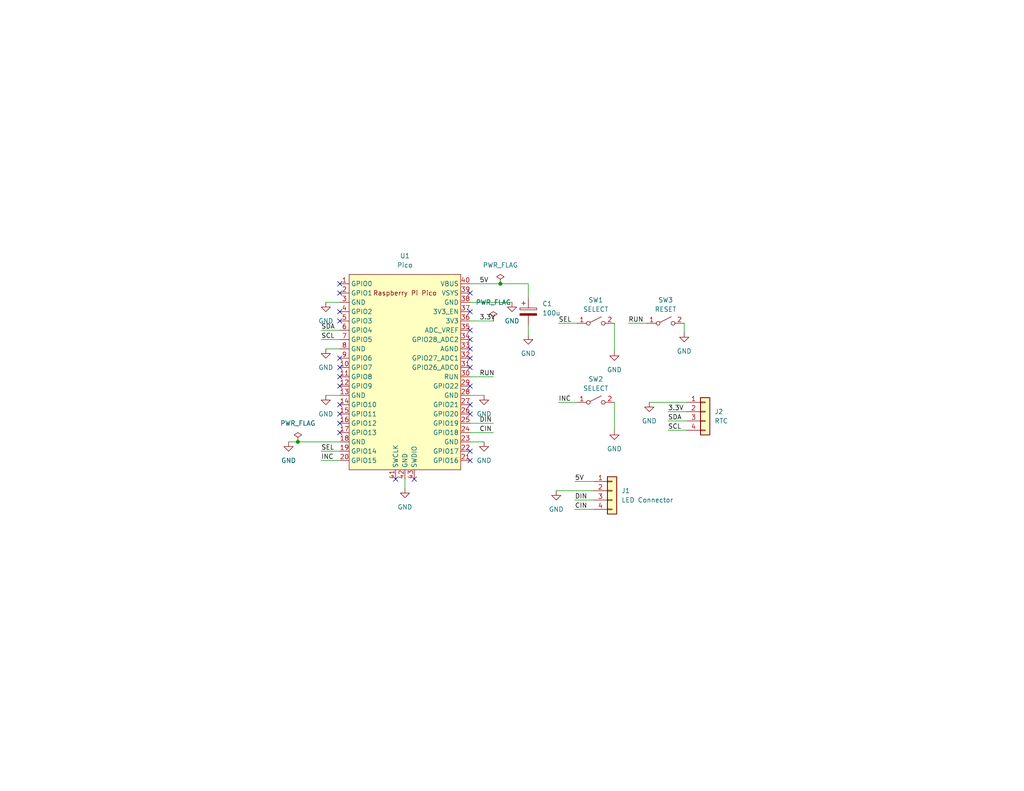
<source format=kicad_sch>
(kicad_sch (version 20211123) (generator eeschema)
  (paper "USLetter")
  (title_block (title "Matrix Clock") (date "2022-12-09") (rev "1") (company "Matt Wachowski"))
  (lib_symbols
    (symbol "Connector_Generic:Conn_01x04" (pin_names (offset 1.016) hide)
      (property "Reference" "J" (at 0 5.08 0))
      (property "Value" "Conn_01x04" (at 0 -7.62 0))
      (symbol "Conn_01x04_1_1"
        (rectangle (start -1.27 -4.953) (end 0 -5.207) (stroke (width 0.1524)))
        (rectangle (start -1.27 -2.413) (end 0 -2.667) (stroke (width 0.1524)))
        (rectangle (start -1.27 0.127) (end 0 -0.127) (stroke (width 0.1524)))
        (rectangle (start -1.27 2.667) (end 0 2.413) (stroke (width 0.1524)))
        (rectangle (start -1.27 3.81) (end 1.27 -6.35) (stroke (width 0.254)) (fill (type background)))
        (pin passive line (at -5.08 2.54 0) (length 3.81) (name "Pin_1") (number "1"))
        (pin passive line (at -5.08 0 0) (length 3.81) (name "Pin_2") (number "2"))
        (pin passive line (at -5.08 -2.54 0) (length 3.81) (name "Pin_3") (number "3"))
        (pin passive line (at -5.08 -5.08 0) (length 3.81) (name "Pin_4") (number "4"))
      )
    )
    (symbol "Device:C_Polarized" (pin_numbers hide) (pin_names (offset 0.254))
      (property "Reference" "C" (at 0.635 2.54 0))
      (property "Value" "C_Polarized" (at 0.635 -2.54 0))
      (symbol "C_Polarized_0_1"
        (rectangle (start -2.286 0.508) (end 2.286 1.016))
        (polyline (pts (xy -1.778 2.286) (xy -0.762 2.286)))
        (polyline (pts (xy -1.27 2.794) (xy -1.27 1.778)))
        (rectangle (start 2.286 -0.508) (end -2.286 -1.016) (fill (type outline)))
      )
      (symbol "C_Polarized_1_1"
        (pin passive line (at 0 3.81 270) (length 2.794) (name "~") (number "1"))
        (pin passive line (at 0 -3.81 90) (length 2.794) (name "~") (number "2"))
      )
    )
    (symbol "PI Pico:Pico"
      (property "Reference" "U" (at -13.97 27.94 0))
      (property "Value" "Pico" (at 0 19.05 0))
      (symbol "Pico_0_0"
        (text "Raspberry Pi Pico" (at 0 21.59 0) (effects (font (size 1.27 1.27))))
      )
      (symbol "Pico_0_1"
        (rectangle (start -15.24 26.67) (end 15.24 -26.67) (fill (type background)))
      )
      (symbol "Pico_1_1"
        (pin bidirectional line (at -17.78 24.13 0) (length 2.54) (name "GPIO0") (number "1"))
        (pin bidirectional line (at -17.78 1.27 0) (length 2.54) (name "GPIO7") (number "10"))
        (pin bidirectional line (at -17.78 -1.27 0) (length 2.54) (name "GPIO8") (number "11"))
        (pin bidirectional line (at -17.78 -3.81 0) (length 2.54) (name "GPIO9") (number "12"))
        (pin power_in line (at -17.78 -6.35 0) (length 2.54) (name "GND") (number "13"))
        (pin bidirectional line (at -17.78 -8.89 0) (length 2.54) (name "GPIO10") (number "14"))
        (pin bidirectional line (at -17.78 -11.43 0) (length 2.54) (name "GPIO11") (number "15"))
        (pin bidirectional line (at -17.78 -13.97 0) (length 2.54) (name "GPIO12") (number "16"))
        (pin bidirectional line (at -17.78 -16.51 0) (length 2.54) (name "GPIO13") (number "17"))
        (pin power_in line (at -17.78 -19.05 0) (length 2.54) (name "GND") (number "18"))
        (pin bidirectional line (at -17.78 -21.59 0) (length 2.54) (name "GPIO14") (number "19"))
        (pin bidirectional line (at -17.78 21.59 0) (length 2.54) (name "GPIO1") (number "2"))
        (pin bidirectional line (at -17.78 -24.13 0) (length 2.54) (name "GPIO15") (number "20"))
        (pin bidirectional line (at 17.78 -24.13 180) (length 2.54) (name "GPIO16") (number "21"))
        (pin bidirectional line (at 17.78 -21.59 180) (length 2.54) (name "GPIO17") (number "22"))
        (pin power_in line (at 17.78 -19.05 180) (length 2.54) (name "GND") (number "23"))
        (pin bidirectional line (at 17.78 -16.51 180) (length 2.54) (name "GPIO18") (number "24"))
        (pin bidirectional line (at 17.78 -13.97 180) (length 2.54) (name "GPIO19") (number "25"))
        (pin bidirectional line (at 17.78 -11.43 180) (length 2.54) (name "GPIO20") (number "26"))
        (pin bidirectional line (at 17.78 -8.89 180) (length 2.54) (name "GPIO21") (number "27"))
        (pin power_in line (at 17.78 -6.35 180) (length 2.54) (name "GND") (number "28"))
        (pin bidirectional line (at 17.78 -3.81 180) (length 2.54) (name "GPIO22") (number "29"))
        (pin power_in line (at -17.78 19.05 0) (length 2.54) (name "GND") (number "3"))
        (pin input line (at 17.78 -1.27 180) (length 2.54) (name "RUN") (number "30"))
        (pin bidirectional line (at 17.78 1.27 180) (length 2.54) (name "GPIO26_ADC0") (number "31"))
        (pin bidirectional line (at 17.78 3.81 180) (length 2.54) (name "GPIO27_ADC1") (number "32"))
        (pin power_in line (at 17.78 6.35 180) (length 2.54) (name "AGND") (number "33"))
        (pin bidirectional line (at 17.78 8.89 180) (length 2.54) (name "GPIO28_ADC2") (number "34"))
        (pin power_in line (at 17.78 11.43 180) (length 2.54) (name "ADC_VREF") (number "35"))
        (pin power_in line (at 17.78 13.97 180) (length 2.54) (name "3V3") (number "36"))
        (pin input line (at 17.78 16.51 180) (length 2.54) (name "3V3_EN") (number "37"))
        (pin bidirectional line (at 17.78 19.05 180) (length 2.54) (name "GND") (number "38"))
        (pin power_in line (at 17.78 21.59 180) (length 2.54) (name "VSYS") (number "39"))
        (pin bidirectional line (at -17.78 16.51 0) (length 2.54) (name "GPIO2") (number "4"))
        (pin power_in line (at 17.78 24.13 180) (length 2.54) (name "VBUS") (number "40"))
        (pin input line (at -2.54 -29.21 90) (length 2.54) (name "SWCLK") (number "41"))
        (pin power_in line (at 0 -29.21 90) (length 2.54) (name "GND") (number "42"))
        (pin bidirectional line (at 2.54 -29.21 90) (length 2.54) (name "SWDIO") (number "43"))
        (pin bidirectional line (at -17.78 13.97 0) (length 2.54) (name "GPIO3") (number "5"))
        (pin bidirectional line (at -17.78 11.43 0) (length 2.54) (name "GPIO4") (number "6"))
        (pin bidirectional line (at -17.78 8.89 0) (length 2.54) (name "GPIO5") (number "7"))
        (pin power_in line (at -17.78 6.35 0) (length 2.54) (name "GND") (number "8"))
        (pin bidirectional line (at -17.78 3.81 0) (length 2.54) (name "GPIO6") (number "9"))
      )
    )
    (symbol "Switch:SW_SPST" (pin_names (offset 0) hide)
      (property "Reference" "SW" (at 0 3.175 0))
      (property "Value" "SW_SPST" (at 0 -2.54 0))
      (symbol "SW_SPST_0_0"
        (circle (center -2.032 0) (radius 0.508))
        (polyline (pts (xy -1.524 0.254) (xy 1.524 1.778)))
        (circle (center 2.032 0) (radius 0.508))
      )
      (symbol "SW_SPST_1_1"
        (pin passive line (at -5.08 0 0) (length 2.54) (name "A") (number "1"))
        (pin passive line (at 5.08 0 180) (length 2.54) (name "B") (number "2"))
      )
    )
    (symbol "power:GND" (power) (pin_names (offset 0))
      (property "Value" "GND" (at 0 -3.81 0))
      (symbol "GND_0_1"
        (polyline (pts (xy 0 0) (xy 0 -1.27) (xy 1.27 -1.27) (xy 0 -2.54) (xy -1.27 -1.27) (xy 0 -1.27)))
      )
      (symbol "GND_1_1"
        (pin power_in line (at 0 0 270) (length 0) hide (name "GND") (number "1"))
      )
    )
    (symbol "power:PWR_FLAG" (power) (pin_numbers hide) (pin_names (offset 0) hide)
      (property "Value" "PWR_FLAG" (at 0 3.81 0))
      (symbol "PWR_FLAG_0_0"
        (pin power_out line (at 0 0 90) (length 0) (name "pwr") (number "1"))
      )
      (symbol "PWR_FLAG_0_1"
        (polyline (pts (xy 0 0) (xy 0 1.27) (xy -1.016 1.905) (xy 0 2.54) (xy 1.016 1.905) (xy 0 1.27)))
      )
    )
  )
  (junction (at 81.28 120.65))
  (junction (at 136.525 77.47))
  (no_connect (at 128.27 95.25))
  (no_connect (at 128.27 100.33))
  (no_connect (at 92.71 97.79))
  (no_connect (at 92.71 80.01))
  (no_connect (at 107.95 130.81))
  (no_connect (at 92.71 87.63))
  (no_connect (at 92.71 77.47))
  (no_connect (at 92.71 113.03))
  (no_connect (at 92.71 115.57))
  (no_connect (at 92.71 102.87))
  (no_connect (at 128.27 92.71))
  (no_connect (at 128.27 113.03))
  (no_connect (at 92.71 105.41))
  (no_connect (at 128.27 97.79))
  (no_connect (at 128.27 110.49))
  (no_connect (at 128.27 85.09))
  (no_connect (at 128.27 105.41))
  (no_connect (at 92.71 118.11))
  (no_connect (at 92.71 110.49))
  (no_connect (at 92.71 85.09))
  (no_connect (at 128.27 125.73))
  (no_connect (at 128.27 90.17))
  (no_connect (at 92.71 100.33))
  (no_connect (at 128.27 80.01))
  (no_connect (at 128.27 123.19))
  (no_connect (at 113.03 130.81))
  (wire (pts (xy 88.9 107.95) (xy 92.71 107.95)))
  (wire (pts (xy 81.28 120.65) (xy 92.71 120.65)))
  (wire (pts (xy 128.27 115.57) (xy 134.62 115.57)))
  (wire (pts (xy 182.245 117.475) (xy 187.325 117.475)))
  (wire (pts (xy 128.27 120.65) (xy 132.08 120.65)))
  (wire (pts (xy 87.63 92.71) (xy 92.71 92.71)))
  (wire (pts (xy 128.27 118.11) (xy 134.62 118.11)))
  (wire (pts (xy 151.765 133.985) (xy 161.925 133.985)))
  (wire (pts (xy 152.4 88.265) (xy 157.48 88.265)))
  (wire (pts (xy 167.64 109.855) (xy 167.64 117.475)))
  (wire (pts (xy 156.845 131.445) (xy 161.925 131.445)))
  (wire (pts (xy 87.63 125.73) (xy 92.71 125.73)))
  (wire (pts (xy 128.27 82.55) (xy 139.7 82.55)))
  (wire (pts (xy 167.64 88.265) (xy 167.64 95.885)))
  (wire (pts (xy 182.245 112.395) (xy 187.325 112.395)))
  (wire (pts (xy 144.145 77.47) (xy 144.145 81.28)))
  (wire (pts (xy 186.69 88.265) (xy 186.69 90.805)))
  (wire (pts (xy 87.63 123.19) (xy 92.71 123.19)))
  (wire (pts (xy 152.4 109.855) (xy 157.48 109.855)))
  (wire (pts (xy 78.74 120.65) (xy 81.28 120.65)))
  (wire (pts (xy 128.27 87.63) (xy 134.62 87.63)))
  (wire (pts (xy 110.49 130.81) (xy 110.49 133.35)))
  (wire (pts (xy 88.9 82.55) (xy 92.71 82.55)))
  (wire (pts (xy 136.525 77.47) (xy 144.145 77.47)))
  (wire (pts (xy 144.145 88.9) (xy 144.145 91.44)))
  (wire (pts (xy 156.845 136.525) (xy 161.925 136.525)))
  (wire (pts (xy 128.27 77.47) (xy 136.525 77.47)))
  (wire (pts (xy 88.9 95.25) (xy 92.71 95.25)))
  (wire (pts (xy 182.245 114.935) (xy 187.325 114.935)))
  (wire (pts (xy 177.165 109.855) (xy 187.325 109.855)))
  (wire (pts (xy 156.845 139.065) (xy 161.925 139.065)))
  (wire (pts (xy 87.63 90.17) (xy 92.71 90.17)))
  (wire (pts (xy 171.45 88.265) (xy 176.53 88.265)))
  (wire (pts (xy 128.27 107.95) (xy 132.08 107.95)))
  (wire (pts (xy 128.27 102.87) (xy 134.62 102.87)))
  (label "CIN" (at 156.845 139.065 0))
  (label "CIN" (at 130.81 118.11 0))
  (label "SCL" (at 87.63 92.71 0))
  (label "RUN" (at 130.81 102.87 0))
  (label "5V" (at 130.81 77.47 0))
  (label "SEL" (at 152.4 88.265 0))
  (label "SCL" (at 182.245 117.475 0))
  (label "3.3V" (at 182.245 112.395 0))
  (label "SDA" (at 182.245 114.935 0))
  (label "SEL" (at 87.63 123.19 0))
  (label "INC" (at 152.4 109.855 0))
  (label "DIN" (at 156.845 136.525 0))
  (label "5V" (at 156.845 131.445 0))
  (label "3.3V" (at 130.81 87.63 0))
  (label "RUN" (at 171.45 88.265 0))
  (label "INC" (at 87.63 125.73 0))
  (label "DIN" (at 130.81 115.57 0))
  (label "SDA" (at 87.63 90.17 0))
  (symbol (lib_id "Connector_Generic:Conn_01x04") (at 192.405 112.395 0) (unit 1)
    (property "Reference" "J2" (at 194.945 112.3949 0) (effects (justify left)))
    (property "Value" "RTC" (at 194.945 114.9349 0) (effects (justify left)))
    (property "Footprint" "Connector_PinHeader_2.54mm:PinHeader_1x04_P2.54mm_Vertical" (effects hide))
  )
  (symbol (lib_id "Switch:SW_SPST") (at 162.56 109.855 0) (unit 1)
    (property "Reference" "SW2" (at 162.56 103.505 0))
    (property "Value" "SELECT" (at 162.56 106.045 0))
    (property "Footprint" "Button_Switch_THT:SW_PUSH-12mm" (effects hide))
  )
  (symbol (lib_id "power:GND") (at 167.64 117.475 0) (unit 1)
    (property "Reference" "#PWR014" (effects hide))
    (property "Value" "GND" (at 167.64 122.555 0))
  )
  (symbol (lib_id "power:GND") (at 132.08 120.65 0) (unit 1)
    (property "Reference" "#PWR09" (effects hide))
    (property "Value" "GND" (at 132.08 125.73 0))
  )
  (symbol (lib_id "power:GND") (at 110.49 133.35 0) (unit 1)
    (property "Reference" "#PWR05" (effects hide))
    (property "Value" "GND" (at 110.49 138.43 0))
  )
  (symbol (lib_id "power:GND") (at 177.165 109.855 0) (unit 1)
    (property "Reference" "#PWR016" (effects hide))
    (property "Value" "GND" (at 177.165 114.935 0))
  )
  (symbol (lib_id "power:GND") (at 186.69 90.805 0) (unit 1)
    (property "Reference" "#PWR015" (effects hide))
    (property "Value" "GND" (at 186.69 95.885 0))
  )
  (symbol (lib_id "power:GND") (at 167.64 95.885 0) (unit 1)
    (property "Reference" "#PWR013" (effects hide))
    (property "Value" "GND" (at 167.64 100.965 0))
  )
  (symbol (lib_id "Switch:SW_SPST") (at 162.56 88.265 0) (unit 1)
    (property "Reference" "SW1" (at 162.56 81.915 0))
    (property "Value" "SELECT" (at 162.56 84.455 0))
    (property "Footprint" "Button_Switch_THT:SW_PUSH-12mm" (effects hide))
  )
  (symbol (lib_id "PI Pico:Pico") (at 110.49 101.6 0) (unit 1)
    (property "Reference" "U1" (at 110.49 69.85 0))
    (property "Value" "Pico" (at 110.49 72.39 0))
    (property "Footprint" "PI Pico:RPi_Pico_SMD_TH" (effects hide))
  )
  (symbol (lib_id "power:GND") (at 132.08 107.95 0) (unit 1)
    (property "Reference" "#PWR08" (effects hide))
    (property "Value" "GND" (at 132.08 113.03 0))
  )
  (symbol (lib_id "power:GND") (at 139.7 82.55 0) (unit 1)
    (property "Reference" "#PWR06" (effects hide))
    (property "Value" "GND" (at 139.7 87.63 0))
  )
  (symbol (lib_id "power:GND") (at 88.9 95.25 0) (unit 1)
    (property "Reference" "#PWR03" (effects hide))
    (property "Value" "GND" (at 88.9 100.33 0))
  )
  (symbol (lib_id "Device:C_Polarized") (at 144.145 85.09 0) (unit 1)
    (property "Reference" "C1" (at 147.955 82.9309 0) (effects (justify left)))
    (property "Value" "100u" (at 147.955 85.4709 0) (effects (justify left)))
    (property "Footprint" "Capacitor_THT:CP_Radial_D6.3mm_P2.50mm" (effects hide))
  )
  (symbol (lib_id "power:GND") (at 88.9 82.55 0) (unit 1)
    (property "Reference" "#PWR02" (effects hide))
    (property "Value" "GND" (at 88.9 87.63 0))
  )
  (symbol (lib_id "power:GND") (at 151.765 133.985 0) (unit 1)
    (property "Reference" "#PWR011" (effects hide))
    (property "Value" "GND" (at 151.765 139.065 0))
  )
  (symbol (lib_id "power:GND") (at 144.145 91.44 0) (unit 1)
    (property "Reference" "#PWR012" (effects hide))
    (property "Value" "GND" (at 144.145 96.52 0))
  )
  (symbol (lib_id "power:GND") (at 78.74 120.65 0) (unit 1)
    (property "Reference" "#PWR01" (effects hide))
    (property "Value" "GND" (at 78.74 125.73 0))
  )
  (symbol (lib_id "power:PWR_FLAG") (at 136.525 77.47 0) (unit 1)
    (property "Reference" "#FLG01" (effects hide))
    (property "Value" "PWR_FLAG" (at 136.525 72.39 0))
  )
  (symbol (lib_id "Connector_Generic:Conn_01x04") (at 167.005 133.985 0) (unit 1)
    (property "Reference" "J1" (at 169.545 133.9849 0) (effects (justify left)))
    (property "Value" "LED Connector" (at 169.545 136.5249 0) (effects (justify left)))
    (property "Footprint" "Connector_PinHeader_2.54mm:PinHeader_1x04_P2.54mm_Vertical" (effects hide))
  )
  (symbol (lib_id "power:GND") (at 88.9 107.95 0) (unit 1)
    (property "Reference" "#PWR04" (effects hide))
    (property "Value" "GND" (at 88.9 113.03 0))
  )
  (symbol (lib_id "power:PWR_FLAG") (at 134.62 87.63 0) (unit 1)
    (property "Reference" "#FLG0102" (effects hide))
    (property "Value" "PWR_FLAG" (at 134.62 82.55 0))
  )
  (symbol (lib_id "power:PWR_FLAG") (at 81.28 120.65 0) (unit 1)
    (property "Reference" "#FLG0101" (effects hide))
    (property "Value" "PWR_FLAG" (at 81.28 115.57 0))
  )
  (symbol (lib_id "Switch:SW_SPST") (at 181.61 88.265 0) (unit 1)
    (property "Reference" "SW3" (at 181.61 81.915 0))
    (property "Value" "RESET" (at 181.61 84.455 0))
    (property "Footprint" "Matt:SMD_Button_6mm_3_5mm" (effects hide))
  )
)
</source>
